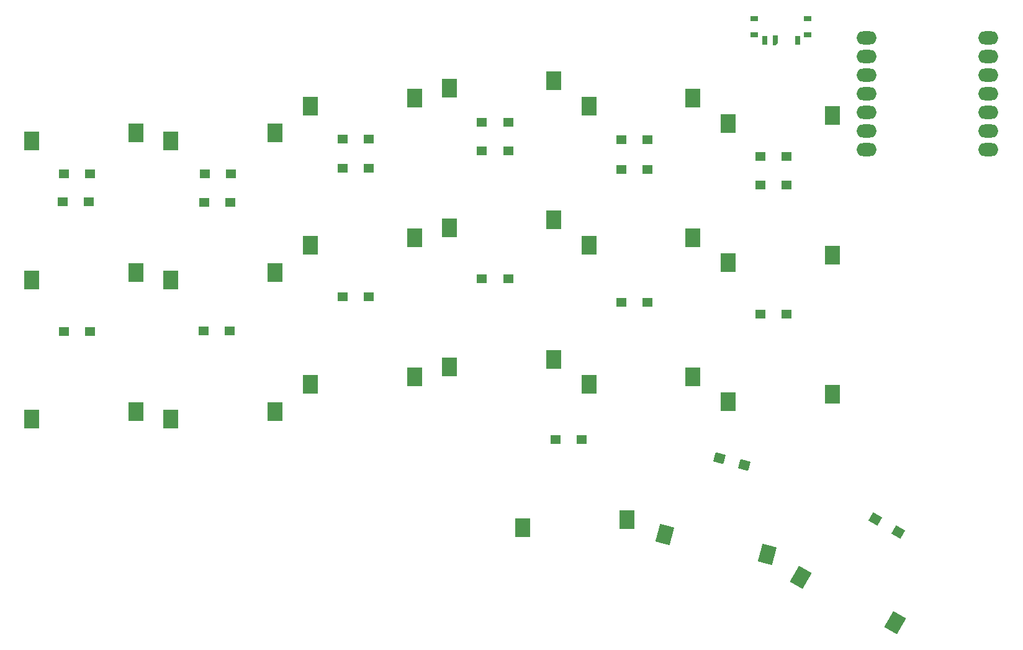
<source format=gtp>
%TF.GenerationSoftware,KiCad,Pcbnew,8.0.5*%
%TF.CreationDate,2024-10-09T13:19:01+03:00*%
%TF.ProjectId,1_3,315f332e-6b69-4636-9164-5f7063625858,rev?*%
%TF.SameCoordinates,Original*%
%TF.FileFunction,Paste,Top*%
%TF.FilePolarity,Positive*%
%FSLAX46Y46*%
G04 Gerber Fmt 4.6, Leading zero omitted, Abs format (unit mm)*
G04 Created by KiCad (PCBNEW 8.0.5) date 2024-10-09 13:19:01*
%MOMM*%
%LPD*%
G01*
G04 APERTURE LIST*
G04 Aperture macros list*
%AMRotRect*
0 Rectangle, with rotation*
0 The origin of the aperture is its center*
0 $1 length*
0 $2 width*
0 $3 Rotation angle, in degrees counterclockwise*
0 Add horizontal line*
21,1,$1,$2,0,0,$3*%
%AMOutline5P*
0 Free polygon, 5 corners , with rotation*
0 The origin of the aperture is its center*
0 number of corners: always 5*
0 $1 to $10 corner X, Y*
0 $11 Rotation angle, in degrees counterclockwise*
0 create outline with 5 corners*
4,1,5,$1,$2,$3,$4,$5,$6,$7,$8,$9,$10,$1,$2,$11*%
%AMOutline6P*
0 Free polygon, 6 corners , with rotation*
0 The origin of the aperture is its center*
0 number of corners: always 6*
0 $1 to $12 corner X, Y*
0 $13 Rotation angle, in degrees counterclockwise*
0 create outline with 6 corners*
4,1,6,$1,$2,$3,$4,$5,$6,$7,$8,$9,$10,$11,$12,$1,$2,$13*%
%AMOutline7P*
0 Free polygon, 7 corners , with rotation*
0 The origin of the aperture is its center*
0 number of corners: always 7*
0 $1 to $14 corner X, Y*
0 $15 Rotation angle, in degrees counterclockwise*
0 create outline with 7 corners*
4,1,7,$1,$2,$3,$4,$5,$6,$7,$8,$9,$10,$11,$12,$13,$14,$1,$2,$15*%
%AMOutline8P*
0 Free polygon, 8 corners , with rotation*
0 The origin of the aperture is its center*
0 number of corners: always 8*
0 $1 to $16 corner X, Y*
0 $17 Rotation angle, in degrees counterclockwise*
0 create outline with 8 corners*
4,1,8,$1,$2,$3,$4,$5,$6,$7,$8,$9,$10,$11,$12,$13,$14,$15,$16,$1,$2,$17*%
G04 Aperture macros list end*
%ADD10RotRect,2.000000X2.500000X330.000000*%
%ADD11R,2.000000X2.500000*%
%ADD12RotRect,2.000000X2.500000X345.000000*%
%ADD13RotRect,1.425000X1.300000X165.000000*%
%ADD14R,1.425000X1.300000*%
%ADD15RotRect,1.425000X1.300000X150.000000*%
%ADD16O,2.750000X1.800000*%
%ADD17R,1.000000X0.800000*%
%ADD18R,0.700000X1.280000*%
%ADD19Outline5P,-0.350000X0.640000X0.350000X0.640000X0.350000X-0.360000X0.070000X-0.640000X-0.350000X-0.640000X0.000000*%
G04 APERTURE END LIST*
D10*
X183232906Y-132298819D03*
X196055467Y-138489492D03*
D11*
X116300000Y-86990970D03*
X130500000Y-85940970D03*
D12*
X164658126Y-126472581D03*
X178646033Y-129133590D03*
D11*
X97300000Y-72740970D03*
X111500000Y-71690970D03*
X78300000Y-91740970D03*
X92500000Y-90690970D03*
X154300000Y-67990970D03*
X168500000Y-66940970D03*
X116300000Y-105990970D03*
X130500000Y-104940970D03*
X173300000Y-89365970D03*
X187500000Y-88315970D03*
X173300000Y-70365970D03*
X187500000Y-69315970D03*
X154300000Y-105990970D03*
X168500000Y-104940970D03*
X154300000Y-86990970D03*
X168500000Y-85940970D03*
X116300000Y-67990970D03*
X130500000Y-66940970D03*
X173300000Y-108365970D03*
X187500000Y-107315970D03*
X97300000Y-91740970D03*
X111500000Y-90690970D03*
X135300000Y-65615970D03*
X149500000Y-64565970D03*
X145300000Y-125490700D03*
X159500000Y-124440700D03*
X78300000Y-72740970D03*
X92500000Y-71690970D03*
X135300000Y-103615970D03*
X149500000Y-102565970D03*
X97300000Y-110740970D03*
X111500000Y-109690970D03*
X78300000Y-110740970D03*
X92500000Y-109690970D03*
X135300000Y-84615970D03*
X149500000Y-83565970D03*
D13*
X175526592Y-116962639D03*
X172073408Y-116037361D03*
D14*
X181287500Y-96400000D03*
X177712500Y-96400000D03*
D15*
X196448020Y-126093750D03*
X193351980Y-124306250D03*
D14*
X153287500Y-113500000D03*
X149712500Y-113500000D03*
X105487500Y-77300000D03*
X101912500Y-77300000D03*
X105419500Y-81197000D03*
X101844500Y-81197000D03*
X162287500Y-94800000D03*
X158712500Y-94800000D03*
X181287500Y-74900000D03*
X177712500Y-74900000D03*
X86115500Y-81070000D03*
X82540500Y-81070000D03*
X181287500Y-78800000D03*
X177712500Y-78800000D03*
X143287500Y-70200000D03*
X139712500Y-70200000D03*
X143287500Y-74100000D03*
X139712500Y-74100000D03*
D16*
X208794960Y-58696046D03*
X208794960Y-61236046D03*
X208794960Y-63776046D03*
X208794960Y-66316046D03*
X208794960Y-68856046D03*
X208794960Y-71396046D03*
X208794960Y-73936046D03*
X192205040Y-73936046D03*
X192205040Y-71396046D03*
X192205040Y-68856046D03*
X192205040Y-66316046D03*
X192205040Y-63776046D03*
X192205040Y-61236046D03*
X192205040Y-58696046D03*
D14*
X162287500Y-72600000D03*
X158712500Y-72600000D03*
X124287500Y-72500000D03*
X120712500Y-72500000D03*
X143287500Y-91600000D03*
X139712500Y-91600000D03*
X86287500Y-98800000D03*
X82712500Y-98800000D03*
X162287500Y-76700000D03*
X158712500Y-76700000D03*
D17*
X184150000Y-58300970D03*
X184150000Y-56080970D03*
X176850000Y-58300970D03*
X176850000Y-56080970D03*
D18*
X182750000Y-59060970D03*
D19*
X179750000Y-59060970D03*
D18*
X178250000Y-59060970D03*
D14*
X124287500Y-76500000D03*
X120712500Y-76500000D03*
X86287500Y-77260000D03*
X82712500Y-77260000D03*
X124287500Y-94000000D03*
X120712500Y-94000000D03*
X105287500Y-98700000D03*
X101712500Y-98700000D03*
M02*

</source>
